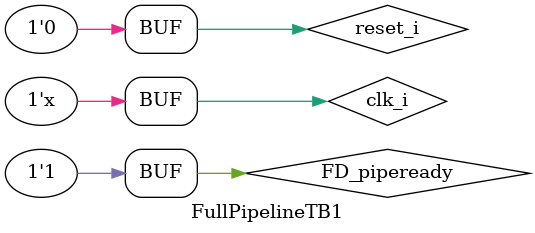
<source format=sv>
`timescale 1ns / 1ps


module FullPipelineTB1(

    );
    
    logic clk_i;
    logic reset_i;
    logic FD_pipeready;
    
     DF_Stage uut (
    // F stage inputs
    .clk_i,
    .reset_i,
    .FD_pipeready);


    // Clock generation
    always #10 clk_i = ~clk_i;

    // Initial block
    initial begin
        clk_i = 0;
        reset_i = 1;
        FD_pipeready = 1;

        #15;
        reset_i = 0;

        #20;
        //FD_pipeready = 0;

        // Add more stimulus as needed
    end
endmodule

</source>
